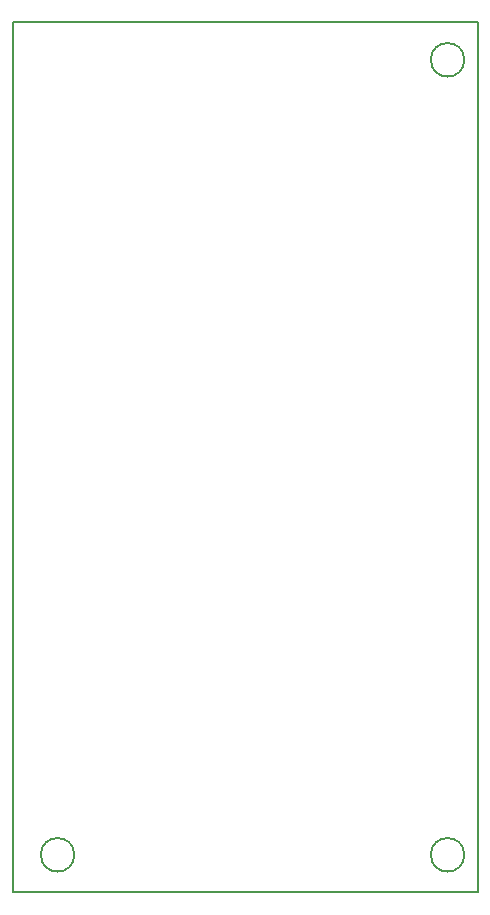
<source format=gbr>
G04 #@! TF.FileFunction,Profile,NP*
%FSLAX46Y46*%
G04 Gerber Fmt 4.6, Leading zero omitted, Abs format (unit mm)*
G04 Created by KiCad (PCBNEW 4.0.7) date Thursday, 03 May 2018 'AMt' 11:39:49*
%MOMM*%
%LPD*%
G01*
G04 APERTURE LIST*
%ADD10C,0.100000*%
%ADD11C,0.150000*%
G04 APERTURE END LIST*
D10*
D11*
X143659903Y-76835000D02*
G75*
G03X143659903Y-76835000I-1419903J0D01*
G01*
X143659903Y-144145000D02*
G75*
G03X143659903Y-144145000I-1419903J0D01*
G01*
X110639903Y-144145000D02*
G75*
G03X110639903Y-144145000I-1419903J0D01*
G01*
X144780000Y-147320000D02*
X105410000Y-147320000D01*
X144780000Y-73660000D02*
X144780000Y-147320000D01*
X105410000Y-73660000D02*
X144780000Y-73660000D01*
X105410000Y-147320000D02*
X105410000Y-73660000D01*
M02*

</source>
